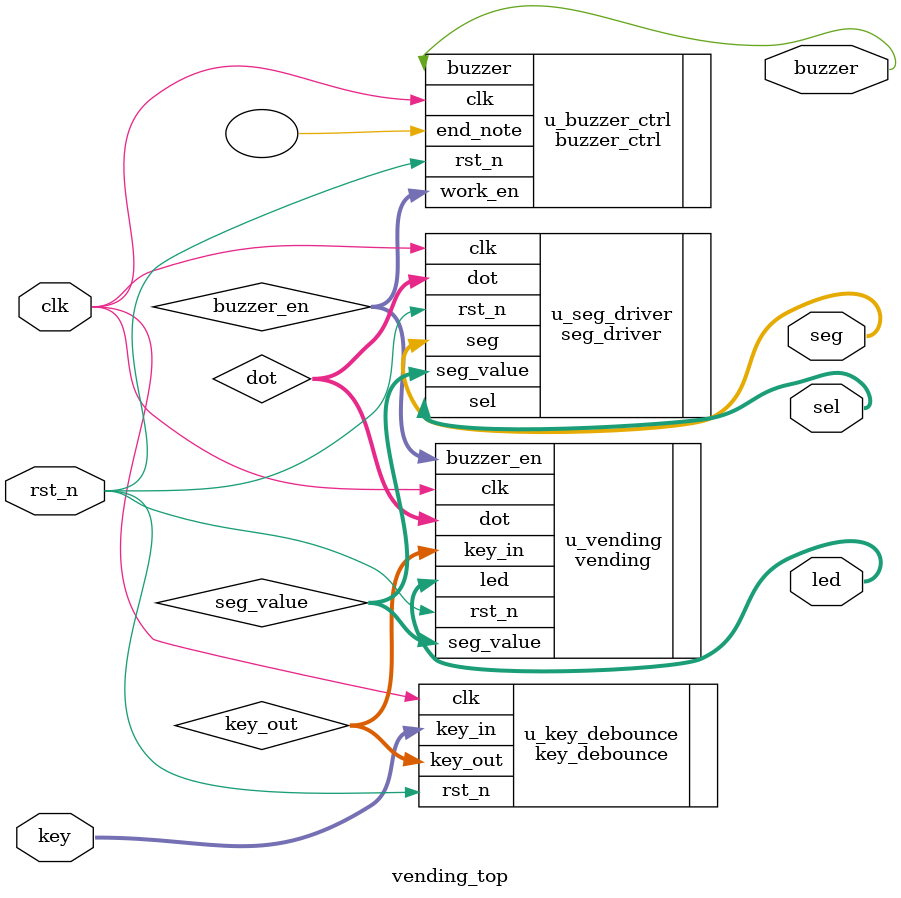
<source format=v>
/*--------------------------------------------------------------------*/
/*----------------module:vending_top            ----------------------*/
/*-----------create_time:2023/8/9--13:52:07     ----------------------*/
/*------------------name:yanghaidong            ----------------------*/
/*--------------------------------------------------------------------*/
module vending_top(
    input	wire		        clk		,
    input	wire		        rst_n	,
    //输入信号
    input	wire	[3:0]		key	    ,
    //输出信号
    output	wire    [5:0]	    sel	    ,
    output	wire	[7:0]	    seg	    ,
    output	wire	[3:0]		led	    ,
    output	wire	            buzzer	
);
    //内部信号
    wire    [3:0]   key_out     ;
    wire    [24:0]  seg_value   ;
    wire    [1:0]   buzzer_en   ;
    wire    [5:0]   dot         ;

    //模块例化

    //按键消抖模块
    key_debounce u_key_debounce (
    /* input   wire        */           .clk                (clk                ),
    /* input   wire        */           .rst_n              (rst_n              ),
    /* input   wire [3:0]  */           .key_in             (key                ),

    /* output  wire [3:0]  */           .key_out            (key_out            )
    );

    //售货机状态模块
    vending u_vending(
    /* input	wire		     */     .clk		        (clk                ),
    /* input	wire		     */     .rst_n	            (rst_n              ),
    /* //输入信号 */
    /* input	wire    [2:0]	 */	    .key_in	            (key_out            ),
    //输出信号
    /* //输出信号 */
    /* output  reg     [3:0]    */      .led                (led                ),
    /*output  reg     [5:0]      */     .dot                (dot                ),
    /* output  reg     [24:0]   */      .seg_value          (seg_value          ),
    /* output	wire	    	 */	    .buzzer_en		    (buzzer_en          )
    );

    //数码管显示模块
    seg_driver u_seg_driver(
    /* input	wire		  */        .clk		        (clk                ),
    /* input	wire		  */        .rst_n	            (rst_n              ),
    /* //输入信号 */
    /*input   wire    [5:0]   */        .dot                (dot                ),
    /*input   wire    [24:0]  */        .seg_value          (seg_value          ),
    /* //输出信号 */
    /* output	reg     [5:0] */	    .sel	            (sel                ),
    /* output	reg		[7:0] */	    .seg	            (seg                )
    );

    //蜂鸣器发声模块
    buzzer_ctrl u_buzzer_ctrl(
    /* input	wire		    */      .clk		        (clk                ),
    /* input	wire		    */      .rst_n	            (rst_n              ),
    /* //输入信号 */
    /* input	wire	        */      .work_en	        (buzzer_en          ),
    /* //输出信号 */
    /* output  wire       */            .end_note           (                   ),//播完一次曲子后停止
    /* output	wire	        */      .buzzer	            (buzzer             )
    );

    //内部逻辑









endmodule
</source>
